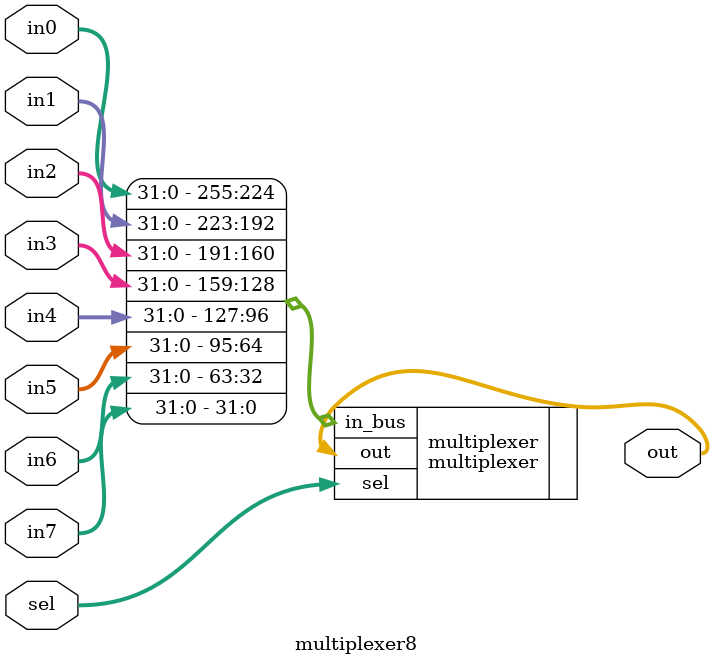
<source format=sv>

`include "config.sv"
`include "constants.sv"

module multiplexer8 #(
    parameter  WIDTH = 32
) (
    input  [WIDTH-1:0] in0,
    input  [WIDTH-1:0] in1,
    input  [WIDTH-1:0] in2,
    input  [WIDTH-1:0] in3,
    input  [WIDTH-1:0] in4,
    input  [WIDTH-1:0] in5,
    input  [WIDTH-1:0] in6,
    input  [WIDTH-1:0] in7,
    input  [2:0]       sel,
    output [WIDTH-1:0] out
);

    multiplexer #(
        .WIDTH(WIDTH),
        .CHANNELS(8)
    ) multiplexer (
        .in_bus({in0, in1, in2, in3, in4, in5, in6, in7}),
        .sel(sel),
        .out(out)
    );

endmodule


</source>
